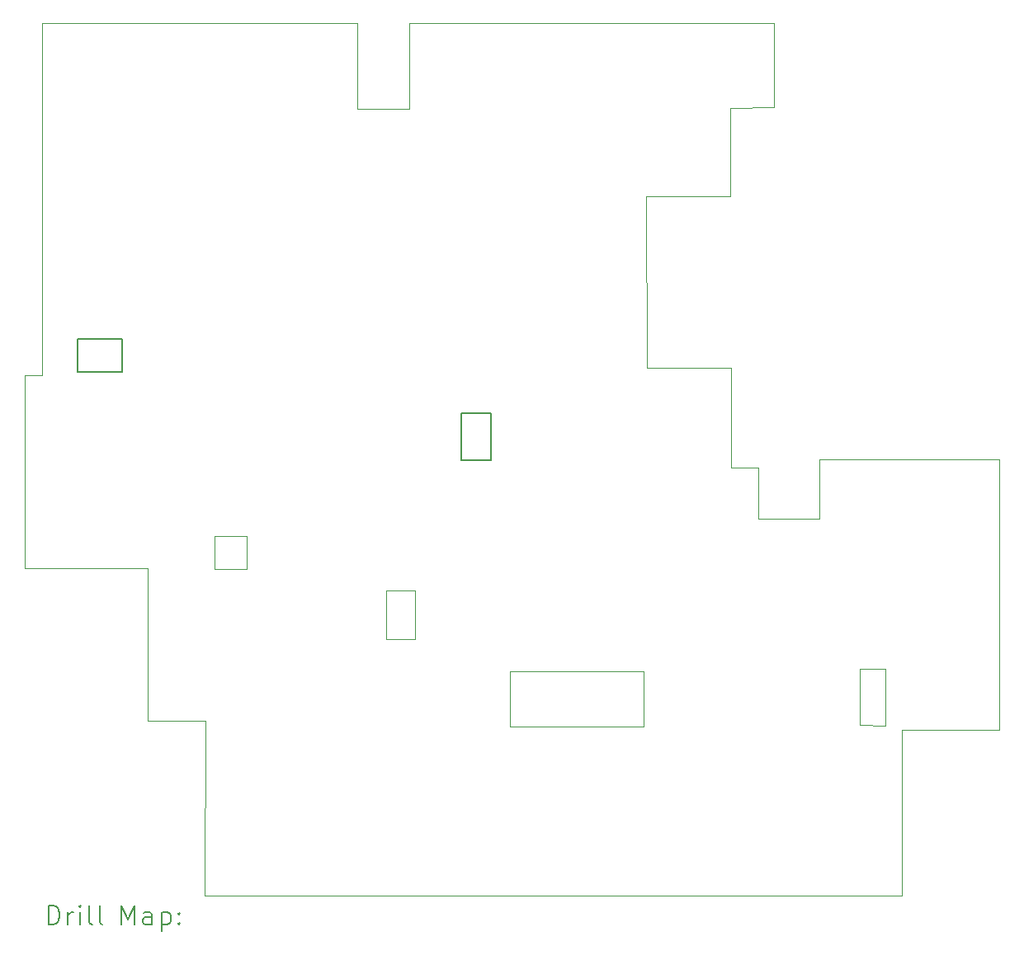
<source format=gbr>
%TF.GenerationSoftware,KiCad,Pcbnew,(7.0.0)*%
%TF.CreationDate,2023-02-16T22:34:50-06:00*%
%TF.ProjectId,cart,63617274-2e6b-4696-9361-645f70636258,rev?*%
%TF.SameCoordinates,Original*%
%TF.FileFunction,Drillmap*%
%TF.FilePolarity,Positive*%
%FSLAX45Y45*%
G04 Gerber Fmt 4.5, Leading zero omitted, Abs format (unit mm)*
G04 Created by KiCad (PCBNEW (7.0.0)) date 2023-02-16 22:34:50*
%MOMM*%
%LPD*%
G01*
G04 APERTURE LIST*
%ADD10C,0.100000*%
%ADD11C,0.150000*%
%ADD12C,0.200000*%
G04 APERTURE END LIST*
D10*
X13163000Y-15601000D02*
X14534000Y-15601000D01*
X14534000Y-15601000D02*
X14534000Y-16163000D01*
X14534000Y-16163000D02*
X13163000Y-16163000D01*
X13163000Y-16163000D02*
X13163000Y-15601000D01*
X15421000Y-9813000D02*
X15422000Y-10725000D01*
X12130800Y-9822400D02*
X11597400Y-9822400D01*
X15867000Y-9809000D02*
X15421000Y-9813000D01*
X11597400Y-9822400D02*
X11597400Y-9339800D01*
X15706000Y-14034000D02*
X15706000Y-13506000D01*
X17183000Y-17897000D02*
X17182000Y-16198000D01*
X15432000Y-13506000D02*
X15706000Y-13506000D01*
X11597400Y-8946100D02*
X8358900Y-8946100D01*
X15867000Y-9809000D02*
X15867000Y-8946000D01*
X11597400Y-9339800D02*
X11597400Y-8946100D01*
X18182000Y-13423000D02*
X16334000Y-13423000D01*
X8184000Y-12560000D02*
X8359000Y-12560000D01*
X8184000Y-14543000D02*
X8184000Y-12560000D01*
X11888000Y-14767000D02*
X12189000Y-14767000D01*
X12189000Y-14767000D02*
X12189000Y-15266000D01*
X12189000Y-15266000D02*
X11888000Y-15266000D01*
X11888000Y-15266000D02*
X11888000Y-14767000D01*
X15432000Y-13420000D02*
X15432000Y-13506000D01*
X17182000Y-16198000D02*
X18182000Y-16198000D01*
X18182000Y-16198000D02*
X18182000Y-16097000D01*
X17012000Y-15571000D02*
X17012000Y-16062000D01*
X12130800Y-8946100D02*
X12130800Y-9822400D01*
X18182000Y-13423000D02*
X18182000Y-16097000D01*
X10035000Y-16102000D02*
X9444000Y-16102000D01*
X10134250Y-14213000D02*
X10461750Y-14213000D01*
X10461750Y-14213000D02*
X10461750Y-14545500D01*
X10461750Y-14545500D02*
X10134250Y-14545500D01*
X10134250Y-14545500D02*
X10134250Y-14213000D01*
X16334000Y-13423000D02*
X16333000Y-14034000D01*
X17012000Y-16153000D02*
X16751000Y-16152000D01*
X16333000Y-14034000D02*
X15706000Y-14034000D01*
D11*
X12664000Y-12951500D02*
X12964000Y-12951500D01*
X12964000Y-12951500D02*
X12964000Y-13426500D01*
X12964000Y-13426500D02*
X12664000Y-13426500D01*
X12664000Y-13426500D02*
X12664000Y-12951500D01*
D10*
X14563000Y-12485000D02*
X15431000Y-12486000D01*
X15422000Y-10725000D02*
X14562000Y-10725000D01*
X10032000Y-17902000D02*
X17183000Y-17897000D01*
X8358900Y-8946100D02*
X8359000Y-12560000D01*
X16751000Y-16063000D02*
X16751000Y-15571000D01*
X16751000Y-15571000D02*
X17012000Y-15571000D01*
D11*
X8723000Y-12182000D02*
X9185500Y-12182000D01*
X9185500Y-12182000D02*
X9185500Y-12524500D01*
X9185500Y-12524500D02*
X8723000Y-12524500D01*
X8723000Y-12524500D02*
X8723000Y-12182000D01*
D10*
X9445000Y-14542000D02*
X8184000Y-14543000D01*
X12130800Y-8946100D02*
X15867000Y-8946000D01*
X9444000Y-16102000D02*
X9445000Y-14542000D01*
X16751000Y-16152000D02*
X16751000Y-16063000D01*
X17012000Y-16062000D02*
X17012000Y-16153000D01*
X14562000Y-10725000D02*
X14563000Y-12485000D01*
X15432000Y-13420000D02*
X15431000Y-12486000D01*
X10035000Y-16102000D02*
X10032000Y-17902000D01*
D12*
X8426619Y-18200476D02*
X8426619Y-18000476D01*
X8426619Y-18000476D02*
X8474238Y-18000476D01*
X8474238Y-18000476D02*
X8502810Y-18010000D01*
X8502810Y-18010000D02*
X8521857Y-18029048D01*
X8521857Y-18029048D02*
X8531381Y-18048095D01*
X8531381Y-18048095D02*
X8540905Y-18086190D01*
X8540905Y-18086190D02*
X8540905Y-18114762D01*
X8540905Y-18114762D02*
X8531381Y-18152857D01*
X8531381Y-18152857D02*
X8521857Y-18171905D01*
X8521857Y-18171905D02*
X8502810Y-18190952D01*
X8502810Y-18190952D02*
X8474238Y-18200476D01*
X8474238Y-18200476D02*
X8426619Y-18200476D01*
X8626619Y-18200476D02*
X8626619Y-18067143D01*
X8626619Y-18105238D02*
X8636143Y-18086190D01*
X8636143Y-18086190D02*
X8645667Y-18076667D01*
X8645667Y-18076667D02*
X8664714Y-18067143D01*
X8664714Y-18067143D02*
X8683762Y-18067143D01*
X8750429Y-18200476D02*
X8750429Y-18067143D01*
X8750429Y-18000476D02*
X8740905Y-18010000D01*
X8740905Y-18010000D02*
X8750429Y-18019524D01*
X8750429Y-18019524D02*
X8759952Y-18010000D01*
X8759952Y-18010000D02*
X8750429Y-18000476D01*
X8750429Y-18000476D02*
X8750429Y-18019524D01*
X8874238Y-18200476D02*
X8855190Y-18190952D01*
X8855190Y-18190952D02*
X8845667Y-18171905D01*
X8845667Y-18171905D02*
X8845667Y-18000476D01*
X8979000Y-18200476D02*
X8959952Y-18190952D01*
X8959952Y-18190952D02*
X8950429Y-18171905D01*
X8950429Y-18171905D02*
X8950429Y-18000476D01*
X9175190Y-18200476D02*
X9175190Y-18000476D01*
X9175190Y-18000476D02*
X9241857Y-18143333D01*
X9241857Y-18143333D02*
X9308524Y-18000476D01*
X9308524Y-18000476D02*
X9308524Y-18200476D01*
X9489476Y-18200476D02*
X9489476Y-18095714D01*
X9489476Y-18095714D02*
X9479952Y-18076667D01*
X9479952Y-18076667D02*
X9460905Y-18067143D01*
X9460905Y-18067143D02*
X9422809Y-18067143D01*
X9422809Y-18067143D02*
X9403762Y-18076667D01*
X9489476Y-18190952D02*
X9470429Y-18200476D01*
X9470429Y-18200476D02*
X9422809Y-18200476D01*
X9422809Y-18200476D02*
X9403762Y-18190952D01*
X9403762Y-18190952D02*
X9394238Y-18171905D01*
X9394238Y-18171905D02*
X9394238Y-18152857D01*
X9394238Y-18152857D02*
X9403762Y-18133810D01*
X9403762Y-18133810D02*
X9422809Y-18124286D01*
X9422809Y-18124286D02*
X9470429Y-18124286D01*
X9470429Y-18124286D02*
X9489476Y-18114762D01*
X9584714Y-18067143D02*
X9584714Y-18267143D01*
X9584714Y-18076667D02*
X9603762Y-18067143D01*
X9603762Y-18067143D02*
X9641857Y-18067143D01*
X9641857Y-18067143D02*
X9660905Y-18076667D01*
X9660905Y-18076667D02*
X9670429Y-18086190D01*
X9670429Y-18086190D02*
X9679952Y-18105238D01*
X9679952Y-18105238D02*
X9679952Y-18162381D01*
X9679952Y-18162381D02*
X9670429Y-18181429D01*
X9670429Y-18181429D02*
X9660905Y-18190952D01*
X9660905Y-18190952D02*
X9641857Y-18200476D01*
X9641857Y-18200476D02*
X9603762Y-18200476D01*
X9603762Y-18200476D02*
X9584714Y-18190952D01*
X9765667Y-18181429D02*
X9775190Y-18190952D01*
X9775190Y-18190952D02*
X9765667Y-18200476D01*
X9765667Y-18200476D02*
X9756143Y-18190952D01*
X9756143Y-18190952D02*
X9765667Y-18181429D01*
X9765667Y-18181429D02*
X9765667Y-18200476D01*
X9765667Y-18076667D02*
X9775190Y-18086190D01*
X9775190Y-18086190D02*
X9765667Y-18095714D01*
X9765667Y-18095714D02*
X9756143Y-18086190D01*
X9756143Y-18086190D02*
X9765667Y-18076667D01*
X9765667Y-18076667D02*
X9765667Y-18095714D01*
M02*

</source>
